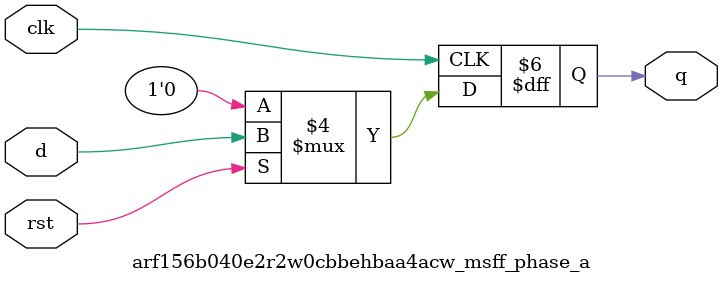
<source format=sv>
`ifndef ARF156B040E2R2W0CBBEHBAA4ACW_MSFF_PHASE_A_SV
`define ARF156B040E2R2W0CBBEHBAA4ACW_MSFF_PHASE_A_SV

module arf156b040e2r2w0cbbehbaa4acw_msff_phase_a #
(
  parameter DWIDTH = 1
)
(
  input  logic [DWIDTH-1:0] d,
  input  logic clk,
  input  logic rst,
  output logic [DWIDTH-1:0] q
);

always_ff @ (posedge clk) begin
  if (~rst) begin
    q <= '0;
  end
  else begin
    q <= d;
  end
end

endmodule // arf156b040e2r2w0cbbehbaa4acw_msff_phase_a

`endif // ARF156B040E2R2W0CBBEHBAA4ACW_MSFF_PHASE_A_SV
</source>
